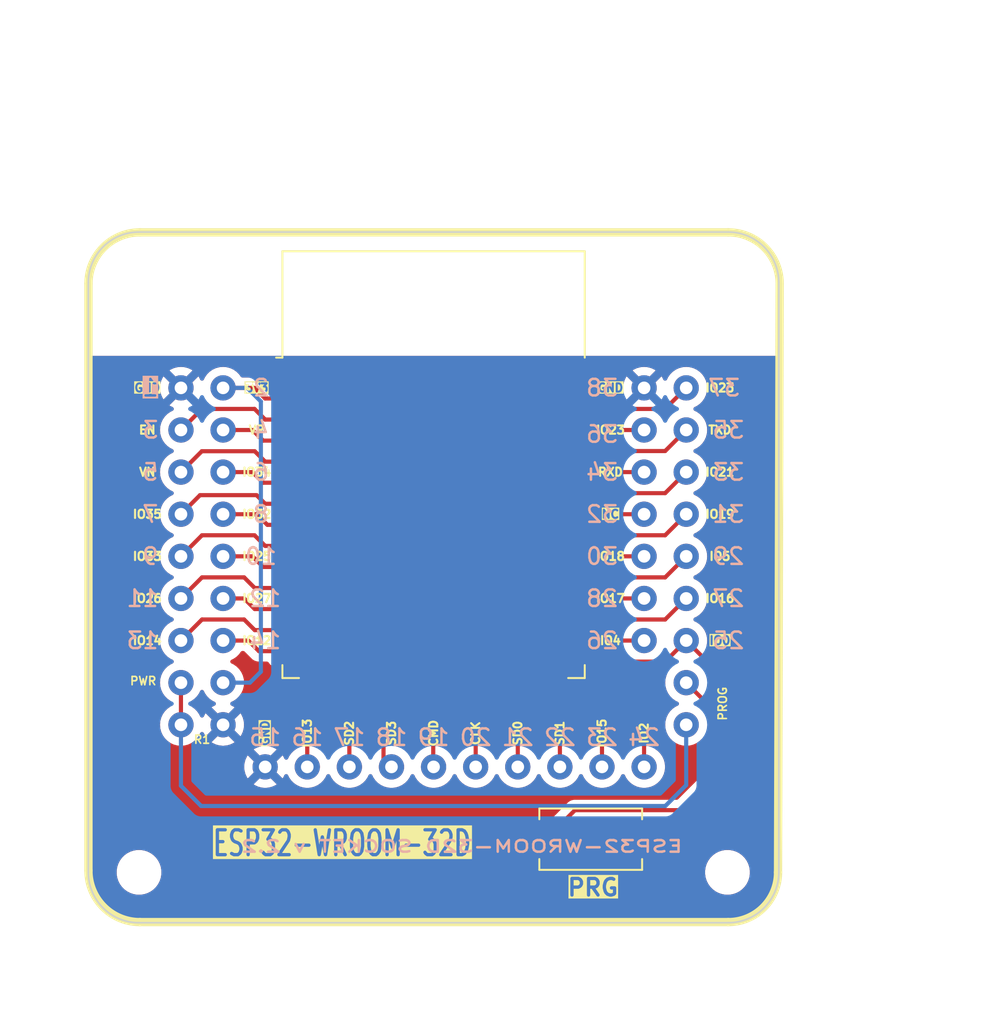
<source format=kicad_pcb>
(kicad_pcb (version 20240108) (generator "pcbnew") (generator_version "8.0")
  (layers (0 "F.Cu" signal) (31 "B.Cu" signal) (34 "B.Paste" user) (35 "F.Paste" user) (36 "B.SilkS" user "B.Silkscreen") (37 "F.SilkS" user "F.Silkscreen") (38 "B.Mask" user) (39 "F.Mask" user) (44 "Edge.Cuts" user))
  (net 0 "")
  (net 1 "GND")
  (net 2 "+3V3")
  (net 3 "unconnected-(U1-EN-Pad3)")
  (net 4 "unconnected-(U1-SENSOR_VP-Pad4)")
  (net 5 "unconnected-(U1-SENSOR_VN-Pad5)")
  (net 6 "unconnected-(U1-IO34-Pad6)")
  (net 7 "unconnected-(U1-IO35-Pad7)")
  (net 8 "unconnected-(U1-IO32-Pad8)")
  (net 9 "unconnected-(U1-IO33-Pad9)")
  (net 10 "unconnected-(U1-IO25-Pad10)")
  (net 11 "unconnected-(U1-IO26-Pad11)")
  (net 12 "unconnected-(U1-IO27-Pad12)")
  (net 13 "unconnected-(U1-IO14-Pad13)")
  (net 14 "unconnected-(U1-IO12-Pad14)")
  (net 15 "unconnected-(U1-IO13-Pad16)")
  (net 16 "unconnected-(U1-SHD{slash}SD2-Pad17)")
  (net 17 "unconnected-(U1-SWP{slash}SD3-Pad18)")
  (net 18 "unconnected-(U1-SCS{slash}CMD-Pad19)")
  (net 19 "unconnected-(U1-SCK{slash}CLK-Pad20)")
  (net 20 "unconnected-(U1-SDO{slash}SD0-Pad21)")
  (net 21 "unconnected-(U1-SDI{slash}SD1-Pad22)")
  (net 22 "unconnected-(U1-IO15-Pad23)")
  (net 23 "unconnected-(U1-IO2-Pad24)")
  (net 24 "unconnected-(U1-IO4-Pad26)")
  (net 25 "unconnected-(U1-IO16-Pad27)")
  (net 26 "unconnected-(U1-IO17-Pad28)")
  (net 27 "unconnected-(U1-IO5-Pad29)")
  (net 28 "unconnected-(U1-IO18-Pad30)")
  (net 29 "unconnected-(U1-IO19-Pad31)")
  (net 30 "unconnected-(U1-NC-Pad32)")
  (net 31 "unconnected-(U1-IO21-Pad33)")
  (net 32 "unconnected-(U1-RXD0{slash}IO3-Pad34)")
  (net 33 "unconnected-(U1-TXD0{slash}IO1-Pad35)")
  (net 34 "unconnected-(U1-IO22-Pad36)")
  (net 35 "unconnected-(U1-IO23-Pad37)")
  (net 36 "Net-(D1-K)")
  (net 37 "Net-(D2-A)")
  (net 38 "/PRG")
  (footprint "Alexander Footprints Library:R_2.5mm" (layer "F.Cu") (at 147.32 104.14)
    (property "Reference" "R1" (at -1.27 -1.651 0) (layer "F.SilkS") (effects (font (size 0.5 0.5) (thickness 0.1))))
    (property "Value" "R")
    (pad "1" thru_hole circle (at -2.54 -2.54) (size 1.524 1.524) (drill 0.762) (layers "*.Cu" "*.Mask") (net 36 "Net-(D1-K)"))
    (pad "2" thru_hole circle (at 0 -2.54) (size 1.524 1.524) (drill 0.762) (layers "*.Cu" "*.Mask") (net 1 "GND"))
  )
  (footprint "MountingHole:MountingHole_2.2mm_M2" (layer "F.Cu") (at 142.25 110.5)
    (property "Reference" "H4" (hide yes))
    (property "Value" "MountingHole_Pad_MP")
    (pad "" np_thru_hole circle (at 0 0) (size 2.2 2.2) (drill 2.2) (layers "*.Cu" "*.Mask"))
  )
  (footprint "MountingHole:MountingHole_2.2mm_M2" (layer "F.Cu") (at 142.25 75)
    (property "Reference" "H1" (hide yes))
    (property "Value" "MountingHole_Pad_MP")
    (pad "" np_thru_hole circle (at 0 0) (size 2.2 2.2) (drill 2.2) (layers "*.Cu" "*.Mask"))
  )
  (footprint "Alexander Footprints Library:LED_2.5mm" (layer "F.Cu") (at 177.8 99.06 90)
    (property "Reference" "PROG" (at -0.19 -0.05 90) (layer "F.SilkS") (effects (font (size 0.5 0.5) (thickness 0.1)) (justify right bottom)))
    (property "Value" "LED" (hide yes))
    (pad "1" thru_hole circle (at -2.54 -2.54 90) (size 1.524 1.524) (drill 0.762) (layers "*.Cu" "*.Mask") (net 36 "Net-(D1-K)"))
    (pad "2" thru_hole circle (at 0 -2.54 90) (size 1.524 1.524) (drill 0.762) (layers "*.Cu" "*.Mask") (net 37 "Net-(D2-A)"))
  )
  (footprint "Alexander Footprints Library:LED_2.5mm" (layer "F.Cu") (at 147.32 109.22)
    (property "Reference" "PWR" (at -4.82 -9.97 0) (layer "F.SilkS") (effects (font (size 0.5 0.5) (thickness 0.1)) (justify bottom)))
    (property "Value" "LED" (hide yes))
    (pad "1" thru_hole circle (at -2.54 -10.16) (size 1.524 1.524) (drill 0.762) (layers "*.Cu" "*.Mask") (net 36 "Net-(D1-K)"))
    (pad "2" thru_hole circle (at 0 -10.16) (size 1.524 1.524) (drill 0.762) (layers "*.Cu" "*.Mask") (net 2 "+3V3"))
  )
  (footprint "MountingHole:MountingHole_2.2mm_M2" (layer "F.Cu") (at 177.75 75)
    (property "Reference" "H2" (hide yes))
    (property "Value" "MountingHole_Pad_MP")
    (pad "" np_thru_hole circle (at 0 0) (size 2.2 2.2) (drill 2.2) (layers "*.Cu" "*.Mask"))
  )
  (footprint "Alexander Footprints Library:ESP32-WROOM-Adapter-2" (layer "F.Cu") (at 160.02 88.9)
    (property "Reference" "U1" (hide yes))
    (property "Value" "ESP32-WROOM-32D")
    (fp_line (start -9.12 -15.86) (end -9.12 -9.445) (stroke (width 0.12)) (layer "F.SilkS"))
    (fp_line (start -9.12 -15.86) (end 9.12 -15.86) (stroke (width 0.12)) (layer "F.SilkS"))
    (fp_line (start -9.12 -9.445) (end -9.5 -9.445) (stroke (width 0.12)) (layer "F.SilkS"))
    (fp_line (start -9.12 9.1) (end -9.12 9.88) (stroke (width 0.12)) (layer "F.SilkS"))
    (fp_line (start -9.12 9.88) (end -8.12 9.88) (stroke (width 0.12)) (layer "F.SilkS"))
    (fp_line (start 9.12 -15.86) (end 9.12 -9.445) (stroke (width 0.12)) (layer "F.SilkS"))
    (fp_line (start 9.12 9.1) (end 9.12 9.88) (stroke (width 0.12)) (layer "F.SilkS"))
    (fp_line (start 9.12 9.88) (end 8.12 9.88) (stroke (width 0.12)) (layer "F.SilkS"))
    (fp_text user "ESP32-WROOM-32D" (at -5.52 19.85 0) (layer "F.SilkS" knockout) (effects (font (size 1.5 1) (thickness 0.2) (bold yes))))
    (pad "1" thru_hole circle (at -15.24 -7.62) (size 1.524 1.524) (drill 0.762) (layers "*.Cu" "*.Mask") (net 1 "GND"))
    (pad "1" smd rect (at -8.75 -8.25) (size 1.5 0.9) (layers "F.Cu" "F.Paste" "F.Mask") (net 1 "GND"))
    (pad "2" thru_hole circle (at -12.7 -7.62) (size 1.524 1.524) (drill 0.762) (layers "*.Cu" "*.Mask") (net 2 "+3V3"))
    (pad "2" smd rect (at -8.75 -6.98) (size 1.5 0.9) (layers "F.Cu" "F.Paste" "F.Mask") (net 2 "+3V3"))
    (pad "3" thru_hole circle (at -15.24 -5.08) (size 1.524 1.524) (drill 0.762) (layers "*.Cu" "*.Mask") (net 3 "unconnected-(U1-EN-Pad3)"))
    (pad "3" smd rect (at -8.75 -5.71) (size 1.5 0.9) (layers "F.Cu" "F.Paste" "F.Mask") (net 3 "unconnected-(U1-EN-Pad3)"))
    (pad "4" thru_hole circle (at -12.7 -5.08) (size 1.524 1.524) (drill 0.762) (layers "*.Cu" "*.Mask") (net 4 "unconnected-(U1-SENSOR_VP-Pad4)"))
    (pad "4" smd rect (at -8.75 -4.44) (size 1.5 0.9) (layers "F.Cu" "F.Paste" "F.Mask") (net 4 "unconnected-(U1-SENSOR_VP-Pad4)"))
    (pad "5" thru_hole circle (at -15.24 -2.54) (size 1.524 1.524) (drill 0.762) (layers "*.Cu" "*.Mask") (net 5 "unconnected-(U1-SENSOR_VN-Pad5)"))
    (pad "5" smd rect (at -8.75 -3.17) (size 1.5 0.9) (layers "F.Cu" "F.Paste" "F.Mask") (net 5 "unconnected-(U1-SENSOR_VN-Pad5)"))
    (pad "6" thru_hole circle (at -12.7 -2.54) (size 1.524 1.524) (drill 0.762) (layers "*.Cu" "*.Mask") (net 6 "unconnected-(U1-IO34-Pad6)"))
    (pad "6" smd rect (at -8.75 -1.9) (size 1.5 0.9) (layers "F.Cu" "F.Paste" "F.Mask") (net 6 "unconnected-(U1-IO34-Pad6)"))
    (pad "7" thru_hole circle (at -15.24 0) (size 1.524 1.524) (drill 0.762) (layers "*.Cu" "*.Mask") (net 7 "unconnected-(U1-IO35-Pad7)"))
    (pad "7" smd rect (at -8.75 -0.63) (size 1.5 0.9) (layers "F.Cu" "F.Paste" "F.Mask") (net 7 "unconnected-(U1-IO35-Pad7)"))
    (pad "8" thru_hole circle (at -12.7 0) (size 1.524 1.524) (drill 0.762) (layers "*.Cu" "*.Mask") (net 8 "unconnected-(U1-IO32-Pad8)"))
    (pad "8" smd rect (at -8.75 0.64) (size 1.5 0.9) (layers "F.Cu" "F.Paste" "F.Mask") (net 8 "unconnected-(U1-IO32-Pad8)"))
    (pad "9" thru_hole circle (at -15.24 2.54) (size 1.524 1.524) (drill 0.762) (layers "*.Cu" "*.Mask") (net 9 "unconnected-(U1-IO33-Pad9)"))
    (pad "9" smd rect (at -8.75 1.91) (size 1.5 0.9) (layers "F.Cu" "F.Paste" "F.Mask") (net 9 "unconnected-(U1-IO33-Pad9)"))
    (pad "10" thru_hole circle (at -12.7 2.54) (size 1.524 1.524) (drill 0.762) (layers "*.Cu" "*.Mask") (net 10 "unconnected-(U1-IO25-Pad10)"))
    (pad "10" smd rect (at -8.75 3.18) (size 1.5 0.9) (layers "F.Cu" "F.Paste" "F.Mask") (net 10 "unconnected-(U1-IO25-Pad10)"))
    (pad "11" thru_hole circle (at -15.24 5.08) (size 1.524 1.524) (drill 0.762) (layers "*.Cu" "*.Mask") (net 11 "unconnected-(U1-IO26-Pad11)"))
    (pad "11" smd rect (at -8.75 4.45) (size 1.5 0.9) (layers "F.Cu" "F.Paste" "F.Mask") (net 11 "unconnected-(U1-IO26-Pad11)"))
    (pad "12" thru_hole circle (at -12.7 5.08) (size 1.524 1.524) (drill 0.762) (layers "*.Cu" "*.Mask") (net 12 "unconnected-(U1-IO27-Pad12)"))
    (pad "12" smd rect (at -8.75 5.72) (size 1.5 0.9) (layers "F.Cu" "F.Paste" "F.Mask") (net 12 "unconnected-(U1-IO27-Pad12)"))
    (pad "13" thru_hole circle (at -15.24 7.62) (size 1.524 1.524) (drill 0.762) (layers "*.Cu" "*.Mask") (net 13 "unconnected-(U1-IO14-Pad13)"))
    (pad "13" smd rect (at -8.75 6.99) (size 1.5 0.9) (layers "F.Cu" "F.Paste" "F.Mask") (net 13 "unconnected-(U1-IO14-Pad13)"))
    (pad "14" thru_hole circle (at -12.7 7.62) (size 1.524 1.524) (drill 0.762) (layers "*.Cu" "*.Mask") (net 14 "unconnected-(U1-IO12-Pad14)"))
    (pad "14" smd rect (at -8.75 8.26) (size 1.5 0.9) (layers "F.Cu" "F.Paste" "F.Mask") (net 14 "unconnected-(U1-IO12-Pad14)"))
    (pad "15" thru_hole circle (at -10.16 15.24 90) (size 1.524 1.524) (drill 0.762) (layers "*.Cu" "*.Mask") (net 1 "GND"))
    (pad "15" smd rect (at -5.71 9.51 90) (size 1.5 0.9) (layers "F.Cu" "F.Paste" "F.Mask") (net 1 "GND"))
    (pad "16" thru_hole circle (at -7.62 15.24 90) (size 1.524 1.524) (drill 0.762) (layers "*.Cu" "*.Mask") (net 15 "unconnected-(U1-IO13-Pad16)"))
    (pad "16" smd rect (at -4.44 9.51 90) (size 1.5 0.9) (layers "F.Cu" "F.Paste" "F.Mask") (net 15 "unconnected-(U1-IO13-Pad16)"))
    (pad "17" thru_hole circle (at -5.08 15.24 90) (size 1.524 1.524) (drill 0.762) (layers "*.Cu" "*.Mask") (net 16 "unconnected-(U1-SHD{slash}SD2-Pad17)"))
    (pad "17" smd rect (at -3.17 9.51 90) (size 1.5 0.9) (layers "F.Cu" "F.Paste" "F.Mask") (net 16 "unconnected-(U1-SHD{slash}SD2-Pad17)"))
    (pad "18" thru_hole circle (at -2.54 15.24 90) (size 1.524 1.524) (drill 0.762) (layers "*.Cu" "*.Mask") (net 17 "unconnected-(U1-SWP{slash}SD3-Pad18)"))
    (pad "18" smd rect (at -1.9 9.51 90) (size 1.5 0.9) (layers "F.Cu" "F.Paste" "F.Mask") (net 17 "unconnected-(U1-SWP{slash}SD3-Pad18)"))
    (pad "19" smd rect (at -0.63 9.51 90) (size 1.5 0.9) (layers "F.Cu" "F.Paste" "F.Mask") (net 18 "unconnected-(U1-SCS{slash}CMD-Pad19)"))
    (pad "19" thru_hole circle (at 0 15.24 90) (size 1.524 1.524) (drill 0.762) (layers "*.Cu" "*.Mask") (net 18 "unconnected-(U1-SCS{slash}CMD-Pad19)"))
    (pad "20" smd rect (at 0.64 9.51 90) (size 1.5 0.9) (layers "F.Cu" "F.Paste" "F.Mask") (net 19 "unconnected-(U1-SCK{slash}CLK-Pad20)"))
    (pad "20" thru_hole circle (at 2.54 15.24 90) (size 1.524 1.524) (drill 0.762) (layers "*.Cu" "*.Mask") (net 19 "unconnected-(U1-SCK{slash}CLK-Pad20)"))
    (pad "21" smd rect (at 1.91 9.51 90) (size 1.5 0.9) (layers "F.Cu" "F.Paste" "F.Mask") (net 20 "unconnected-(U1-SDO{slash}SD0-Pad21)"))
    (pad "21" thru_hole circle (at 5.08 15.24 90) (size 1.524 1.524) (drill 0.762) (layers "*.Cu" "*.Mask") (net 20 "unconnected-(U1-SDO{slash}SD0-Pad21)"))
    (pad "22" smd rect (at 3.18 9.51 90) (size 1.5 0.9) (layers "F.Cu" "F.Paste" "F.Mask") (net 21 "unconnected-(U1-SDI{slash}SD1-Pad22)"))
    (pad "22" thru_hole circle (at 7.62 15.24 90) (size 1.524 1.524) (drill 0.762) (layers "*.Cu" "*.Mask") (net 21 "unconnected-(U1-SDI{slash}SD1-Pad22)"))
    (pad "23" smd rect (at 4.45 9.51 90) (size 1.5 0.9) (layers "F.Cu" "F.Paste" "F.Mask") (net 22 "unconnected-(U1-IO15-Pad23)"))
    (pad "23" thru_hole circle (at 10.16 15.24 90) (size 1.524 1.524) (drill 0.762) (layers "*.Cu" "*.Mask") (net 22 "unconnected-(U1-IO15-Pad23)"))
    (pad "24" smd rect (at 5.72 9.51 90) (size 1.5 0.9) (layers "F.Cu" "F.Paste" "F.Mask") (net 23 "unconnected-(U1-IO2-Pad24)"))
    (pad "24" thru_hole circle (at 12.7 15.24 90) (size 1.524 1.524) (drill 0.762) (layers "*.Cu" "*.Mask") (net 23 "unconnected-(U1-IO2-Pad24)"))
    (pad "25" smd rect (at 8.75 8.26) (size 1.5 0.9) (layers "F.Cu" "F.Paste" "F.Mask") (net 38 "/PRG"))
    (pad "25" thru_hole circle (at 15.24 7.62) (size 1.524 1.524) (drill 0.762) (layers "*.Cu" "*.Mask") (net 38 "/PRG"))
    (pad "26" smd rect (at 8.75 6.99) (size 1.5 0.9) (layers "F.Cu" "F.Paste" "F.Mask") (net 24 "unconnected-(U1-IO4-Pad26)"))
    (pad "26" thru_hole circle (at 12.7 7.62) (size 1.524 1.524) (drill 0.762) (layers "*.Cu" "*.Mask") (net 24 "unconnected-(U1-IO4-Pad26)"))
    (pad "27" smd rect (at 8.75 5.72) (size 1.5 0.9) (layers "F.Cu" "F.Paste" "F.Mask") (net 25 "unconnected-(U1-IO16-Pad27)"))
    (pad "27" thru_hole circle (at 15.24 5.08) (size 1.524 1.524) (drill 0.762) (layers "*.Cu" "*.Mask") (net 25 "unconnected-(U1-IO16-Pad27)"))
    (pad "28" smd rect (at 8.75 4.45) (size 1.5 0.9) (layers "F.Cu" "F.Paste" "F.Mask") (net 26 "unconnected-(U1-IO17-Pad28)"))
    (pad "28" thru_hole circle (at 12.7 5.08) (size 1.524 1.524) (drill 0.762) (layers "*.Cu" "*.Mask") (net 26 "unconnected-(U1-IO17-Pad28)"))
    (pad "29" smd rect (at 8.75 3.18) (size 1.5 0.9) (layers "F.Cu" "F.Paste" "F.Mask") (net 27 "unconnected-(U1-IO5-Pad29)"))
    (pad "29" thru_hole circle (at 15.24 2.54) (size 1.524 1.524) (drill 0.762) (layers "*.Cu" "*.Mask") (net 27 "unconnected-(U1-IO5-Pad29)"))
    (pad "30" smd rect (at 8.75 1.91) (size 1.5 0.9) (layers "F.Cu" "F.Paste" "F.Mask") (net 28 "unconnected-(U1-IO18-Pad30)"))
    (pad "30" thru_hole circle (at 12.7 2.54) (size 1.524 1.524) (drill 0.762) (layers "*.Cu" "*.Mask") (net 28 "unconnected-(U1-IO18-Pad30)"))
    (pad "31" smd rect (at 8.75 0.64) (size 1.5 0.9) (layers "F.Cu" "F.Paste" "F.Mask") (net 29 "unconnected-(U1-IO19-Pad31)"))
    (pad "31" thru_hole circle (at 15.24 0) (size 1.524 1.524) (drill 0.762) (layers "*.Cu" "*.Mask") (net 29 "unconnected-(U1-IO19-Pad31)"))
    (pad "32" smd rect (at 8.75 -0.63) (size 1.5 0.9) (layers "F.Cu" "F.Paste" "F.Mask"))
    (pad "32" thru_hole circle (at 12.7 0) (size 1.524 1.524) (drill 0.762) (layers "*.Cu" "*.Mask") (net 30 "unconnected-(U1-NC-Pad32)"))
    (pad "33" smd rect (at 8.75 -1.9) (size 1.5 0.9) (layers "F.Cu" "F.Paste" "F.Mask") (net 31 "unconnected-(U1-IO21-Pad33)"))
    (pad "33" thru_hole circle (at 15.24 -2.54) (size 1.524 1.524) (drill 0.762) (layers "*.Cu" "*.Mask") (net 31 "unconnected-(U1-IO21-Pad33)"))
    (pad "34" smd rect (at 8.75 -3.17) (size 1.5 0.9) (layers "F.Cu" "F.Paste" "F.Mask") (net 32 "unconnected-(U1-RXD0{slash}IO3-Pad34)"))
    (pad "34" thru_hole circle (at 12.7 -2.54) (size 1.524 1.524) (drill 0.762) (layers "*.Cu" "*.Mask") (net 32 "unconnected-(U1-RXD0{slash}IO3-Pad34)"))
    (pad "35" smd rect (at 8.75 -4.44) (size 1.5 0.9) (layers "F.Cu" "F.Paste" "F.Mask") (net 33 "unconnected-(U1-TXD0{slash}IO1-Pad35)"))
    (pad "35" thru_hole circle (at 15.24 -5.08) (size 1.524 1.524) (drill 0.762) (layers "*.Cu" "*.Mask") (net 33 "unconnected-(U1-TXD0{slash}IO1-Pad35)"))
    (pad "36" smd rect (at 8.75 -5.71) (size 1.5 0.9) (layers "F.Cu" "F.Paste" "F.Mask") (net 34 "unconnected-(U1-IO22-Pad36)"))
    (pad "36" thru_hole circle (at 12.7 -5.08) (size 1.524 1.524) (drill 0.762) (layers "*.Cu" "*.Mask") (net 34 "unconnected-(U1-IO22-Pad36)"))
    (pad "37" smd rect (at 8.75 -6.98) (size 1.5 0.9) (layers "F.Cu" "F.Paste" "F.Mask") (net 35 "unconnected-(U1-IO23-Pad37)"))
    (pad "37" thru_hole circle (at 15.24 -7.62) (size 1.524 1.524) (drill 0.762) (layers "*.Cu" "*.Mask") (net 35 "unconnected-(U1-IO23-Pad37)"))
    (pad "38" smd rect (at 8.75 -8.25) (size 1.5 0.9) (layers "F.Cu" "F.Paste" "F.Mask") (net 1 "GND"))
    (pad "38" thru_hole circle (at 12.7 -7.62) (size 1.524 1.524) (drill 0.762) (layers "*.Cu" "*.Mask") (net 1 "GND"))
    (pad "39" smd rect (at -1.5 -0.53) (size 3.8 3.8) (layers "F.Cu" "F.Mask") (net 1 "GND"))
    (zone (net 0) (net_name "") (layers "*.Cu") (connect_pads (clearance 0)) (min_thickness 0.254)
      (keepout (tracks not_allowed) (vias not_allowed) (pads not_allowed) (copperpour not_allowed) (footprints not_allowed))
      (fill (thermal_gap 0.508) (thermal_bridge_width 0.508))
      (polygon (pts (xy 136.02 79.35) (xy 184.02 79.35) (xy 184.02 58.16) (xy 136.02 58.16)))
    )
  )
  (footprint "Button_Switch_SMD:SW_SPST_EVQPE1" (layer "F.Cu") (at 169.5 108.5 180)
    (property "Reference" "SW1" (hide yes))
    (property "Value" "PRG")
    (fp_line (start 3.1 1.85) (end 3.1 1.2) (stroke (width 0.12)) (layer "F.SilkS"))
    (fp_line (start 3.1 -1.85) (end 3.1 -1.2) (stroke (width 0.12)) (layer "F.SilkS"))
    (fp_line (start 3.1 -1.85) (end -3.1 -1.85) (stroke (width 0.12)) (layer "F.SilkS"))
    (fp_line (start -3.1 1.85) (end 3.1 1.85) (stroke (width 0.12)) (layer "F.SilkS"))
    (fp_line (start -3.1 1.2) (end -3.1 1.85) (stroke (width 0.12)) (layer "F.SilkS"))
    (fp_line (start -3.1 -1.85) (end -3.1 -1.2) (stroke (width 0.12)) (layer "F.SilkS"))
    (pad "1" smd rect (at -2.7 0 180) (size 2 1.6) (layers "F.Cu" "F.Paste" "F.Mask") (net 38 "/PRG"))
    (pad "2" smd rect (at 2.7 0 180) (size 2 1.6) (layers "F.Cu" "F.Paste" "F.Mask") (net 37 "Net-(D2-A)"))
  )
  (footprint "MountingHole:MountingHole_2.2mm_M2" (layer "F.Cu") (at 177.75 110.5)
    (property "Reference" "H3" (hide yes))
    (property "Value" "MountingHole_Pad_MP")
    (pad "" np_thru_hole circle (at 0 0) (size 2.2 2.2) (drill 2.2) (layers "*.Cu" "*.Mask"))
  )
  (gr_line (start 180.8 110.5) (end 180.9 75) (stroke (width 0.5)) (layer "F.SilkS"))
  (gr_arc (start 180.8 110.5) (mid 179.92132 112.62132) (end 177.8 113.5) (stroke (width 0.5)) (layer "F.SilkS"))
  (gr_line (start 177.8 71.9) (end 142.3 71.9) (stroke (width 0.5)) (layer "F.SilkS"))
  (gr_arc (start 139.2 75) (mid 140.107969 72.807969) (end 142.3 71.9) (stroke (width 0.5)) (layer "F.SilkS"))
  (gr_arc (start 177.8 71.9) (mid 179.992031 72.807969) (end 180.9 75) (stroke (width 0.5)) (layer "F.SilkS"))
  (gr_line (start 142.3 113.5) (end 177.8 113.5) (stroke (width 0.5)) (layer "F.SilkS"))
  (gr_line (start 139.2 110.4) (end 139.2 75) (stroke (width 0.5)) (layer "F.SilkS"))
  (gr_arc (start 142.3 113.5) (mid 140.107969 112.592031) (end 139.2 110.4) (stroke (width 0.5)) (layer "F.SilkS"))
  (gr_line (start 177.8 113.538) (end 142.24 113.538) (stroke (width 0.1)) (layer "Edge.Cuts"))
  (gr_arc (start 177.8 71.882) (mid 179.955261 72.774739) (end 180.848 74.93) (stroke (width 0.1)) (layer "Edge.Cuts"))
  (gr_arc (start 139.192 74.93) (mid 140.084739 72.774739) (end 142.24 71.882) (stroke (width 0.1)) (layer "Edge.Cuts"))
  (gr_arc (start 142.24 113.538) (mid 140.084739 112.645261) (end 139.192 110.49) (stroke (width 0.1)) (layer "Edge.Cuts"))
  (gr_arc (start 180.848 110.49) (mid 179.955261 112.645261) (end 177.8 113.538) (stroke (width 0.1)) (layer "Edge.Cuts"))
  (gr_line (start 139.192 74.93) (end 139.192 110.49) (stroke (width 0.1)) (layer "Edge.Cuts"))
  (gr_line (start 177.8 71.882) (end 142.24 71.882) (stroke (width 0.1)) (layer "Edge.Cuts"))
  (gr_line (start 180.848 110.49) (end 180.848 74.93) (stroke (width 0.1)) (layer "Edge.Cuts"))
  (gr_text "26" (at 170.18 96.52 0) (layer "B.SilkS") (effects (font (size 1 1)) (justify mirror)))
  (gr_text "14" (at 149.86 96.52 0) (layer "B.SilkS") (effects (font (size 1 1)) (justify mirror)))
  (gr_text "18" (at 157.48 102.362 0) (layer "B.SilkS") (effects (font (size 1 1)) (justify mirror)))
  (gr_text "13" (at 143.51 96.52 0) (layer "B.SilkS") (effects (font (size 1 1)) (justify left mirror)))
  (gr_text "15" (at 149.86 102.362 0) (layer "B.SilkS") (effects (font (size 1 1)) (justify mirror)))
  (gr_text "24" (at 172.72 102.362 0) (layer "B.SilkS") (effects (font (size 1 1)) (justify mirror)))
  (gr_text "6" (at 149.606 86.36 0) (layer "B.SilkS") (effects (font (size 1 1)) (justify mirror)))
  (gr_text "7" (at 143.51 88.9 0) (layer "B.SilkS") (effects (font (size 1 1)) (justify left mirror)))
  (gr_text "28" (at 170.18 93.98 0) (layer "B.SilkS") (effects (font (size 1 1)) (justify mirror)))
  (gr_text "33" (at 177.8 86.36 0) (layer "B.SilkS") (effects (font (size 1 1)) (justify mirror)))
  (gr_text "19" (at 160.02 102.362 0) (layer "B.SilkS") (effects (font (size 1 1)) (justify mirror)))
  (gr_text "5" (at 143.51 86.36 0) (layer "B.SilkS") (effects (font (size 1 1)) (justify left mirror)))
  (gr_text "31" (at 177.8 88.9 0) (layer "B.SilkS") (effects (font (size 1 1)) (justify mirror)))
  (gr_text "10" (at 149.606 91.44 0) (layer "B.SilkS") (effects (font (size 1 1)) (justify mirror)))
  (gr_text "16" (at 152.4 102.362 0) (layer "B.SilkS") (effects (font (size 1 1)) (justify mirror)))
  (gr_text "3" (at 143.51 83.82 0) (layer "B.SilkS") (effects (font (size 1 1)) (justify left mirror)))
  (gr_text "32" (at 170.18 88.9 0) (layer "B.SilkS") (effects (font (size 1 1)) (justify mirror)))
  (gr_text "22" (at 167.64 102.362 0) (layer "B.SilkS") (effects (font (size 1 1)) (justify mirror)))
  (gr_text "27" (at 177.8 93.98 0) (layer "B.SilkS") (effects (font (size 1 1)) (justify mirror)))
  (gr_text "4" (at 149.606 83.82 0) (layer "B.SilkS") (effects (font (size 1 1)) (justify mirror)))
  (gr_text "25" (at 177.8 96.52 0) (layer "B.SilkS") (effects (font (size 1 1)) (justify mirror)))
  (gr_text "8" (at 149.606 88.9 0) (layer "B.SilkS") (effects (font (size 1 1)) (justify mirror)))
  (gr_text "17" (at 154.94 102.362 0) (layer "B.SilkS") (effects (font (size 1 1)) (justify mirror)))
  (gr_text "36" (at 170.18 84.074 0) (layer "B.SilkS") (effects (font (size 1 1)) (justify mirror)))
  (gr_text "37" (at 177.546 81.28 0) (layer "B.SilkS") (effects (font (size 1 1)) (justify mirror)))
  (gr_text "23\n" (at 170.18 102.362 0) (layer "B.SilkS") (effects (font (size 1 1)) (justify mirror)))
  (gr_text "29" (at 177.8 91.44 0) (layer "B.SilkS") (effects (font (size 1 1)) (justify mirror)))
  (gr_text "35" (at 177.8 83.82 0) (layer "B.SilkS") (effects (font (size 1 1)) (justify mirror)))
  (gr_text "30" (at 170.18 91.44 0) (layer "B.SilkS") (effects (font (size 1 1)) (justify mirror)))
  (gr_text "9" (at 143.51 91.44 0) (layer "B.SilkS") (effects (font (size 1 1)) (justify left mirror)))
  (gr_text "11" (at 143.51 93.98 0) (layer "B.SilkS") (effects (font (size 1 1)) (justify left mirror)))
  (gr_text "34" (at 170.18 86.36 0) (layer "B.SilkS") (effects (font (size 1 1)) (justify mirror)))
  (gr_text "2" (at 149.606 81.28 0) (layer "B.SilkS") (effects (font (size 1 1)) (justify mirror)))
  (gr_text "20" (at 162.56 102.362 0) (layer "B.SilkS") (effects (font (size 1 1)) (justify mirror)))
  (gr_text "12" (at 149.86 93.98 0) (layer "B.SilkS") (effects (font (size 1 1)) (justify mirror)))
  (gr_text "21" (at 165.1 102.362 0) (layer "B.SilkS") (effects (font (size 1 1)) (justify mirror)))
  (gr_text "1" (at 143.51 81.28 0) (layer "B.SilkS" knockout) (effects (font (size 1 1)) (justify left mirror)))
  (gr_text "38" (at 170.18 81.28 0) (layer "B.SilkS") (effects (font (size 1 1)) (justify mirror)))
  (gr_text "ESP32-WROOM-32D SOCKET v 2.2" (at 175.133 109.347 0) (layer "B.SilkS") (effects (font (size 0.7 1)) (justify left bottom mirror)))
  (gr_text "RXD" (at 170.688 86.36 0) (layer "F.SilkS") (effects (font (size 0.5 0.5) (thickness 0.125))))
  (gr_text "CMD" (at 160.02 102.108 90) (layer "F.SilkS") (effects (font (size 0.5 0.5) (thickness 0.125))))
  (gr_text "IO23" (at 170.688 83.82 0) (layer "F.SilkS") (effects (font (size 0.5 0.5) (thickness 0.125))))
  (gr_text "SD2" (at 154.94 102.108 90) (layer "F.SilkS") (effects (font (size 0.5 0.5) (thickness 0.125))))
  (gr_text "CLK" (at 162.56 102.108 90) (layer "F.SilkS") (effects (font (size 0.5 0.5) (thickness 0.125))))
  (gr_text "IO18" (at 170.688 91.44 0) (layer "F.SilkS") (effects (font (size 0.5 0.5) (thickness 0.125))))
  (gr_text "IO13" (at 152.4 102.108 90) (layer "F.SilkS") (effects (font (size 0.5 0.5) (thickness 0.125))))
  (gr_text "SD0" (at 165.1 102.108 90) (layer "F.SilkS") (effects (font (size 0.5 0.5) (thickness 0.125))))
  (gr_text "IO35" (at 142.748 88.9 0) (layer "F.SilkS") (effects (font (size 0.5 0.5) (thickness 0.125))))
  (gr_text "IO4" (at 170.688 96.52 0) (layer "F.SilkS") (effects (font (size 0.5 0.5) (thickness 0.125))))
  (gr_text "IO14" (at 142.748 96.52 0) (layer "F.SilkS") (effects (font (size 0.5 0.5) (thickness 0.125))))
  (gr_text "IO15" (at 170.18 102.108 90) (layer "F.SilkS") (effects (font (size 0.5 0.5) (thickness 0.125))))
  (gr_text "PRG" (at 168 112 0) (layer "F.SilkS" knockout) (effects (font (size 1 1) (thickness 0.2) (bold yes)) (justify left bottom)))
  (gr_text "IO5" (at 177.292 91.44 0) (layer "F.SilkS") (effects (font (size 0.5 0.5) (thickness 0.125))))
  (gr_text "VN" (at 142.748 86.36 0) (layer "F.SilkS") (effects (font (size 0.5 0.5) (thickness 0.125))))
  (gr_text "IO25" (at 149.352 91.44 0) (layer "F.SilkS") (effects (font (size 0.5 0.5) (thickness 0.125))))
  (gr_text "SD1" (at 167.64 102.108 90) (layer "F.SilkS") (effects (font (size 0.5 0.5) (thickness 0.125))))
  (gr_text "IO12" (at 149.352 96.52 0) (layer "F.SilkS") (effects (font (size 0.5 0.5) (thickness 0.125))))
  (gr_text "3V3" (at 149.352 81.28 0) (layer "F.SilkS" knockout) (effects (font (size 0.5 0.5) (thickness 0.125))))
  (gr_text "IO26" (at 142.748 93.98 0) (layer "F.SilkS") (effects (font (size 0.5 0.5) (thickness 0.125))))
  (gr_text "VP" (at 149.352 83.82 0) (layer "F.SilkS") (effects (font (size 0.5 0.5) (thickness 0.125))))
  (gr_text "GND" (at 142.748 81.28 0) (layer "F.SilkS" knockout) (effects (font (size 0.5 0.5) (thickness 0.125))))
  (gr_text "IO34" (at 149.352 86.36 0) (layer "F.SilkS") (effects (font (size 0.5 0.5) (thickness 0.125))))
  (gr_text "IO23" (at 177.292 81.28 0) (layer "F.SilkS") (effects (font (size 0.5 0.5) (thickness 0.125))))
  (gr_text "IO16" (at 177.292 93.98 0) (layer "F.SilkS") (effects (font (size 0.5 0.5) (thickness 0.125))))
  (gr_text "IO17" (at 170.688 93.98 0) (layer "F.SilkS") (effects (font (size 0.5 0.5) (thickness 0.125))))
  (gr_text "IO0" (at 177.292 96.52 0) (layer "F.SilkS" knockout) (effects (font (size 0.5 0.5) (thickness 0.125))))
  (gr_text "TXD" (at 177.292 83.82 0) (layer "F.SilkS") (effects (font (size 0.5 0.5) (thickness 0.125))))
  (gr_text "SD3" (at 157.48 102.108 90) (layer "F.SilkS") (effects (font (size 0.5 0.5) (thickness 0.125))))
  (gr_text "EN" (at 142.748 83.82 0) (layer "F.SilkS") (effects (font (size 0.5 0.5) (thickness 0.125))))
  (gr_text "IO19" (at 177.292 88.9 0) (layer "F.SilkS") (effects (font (size 0.5 0.5) (thickness 0.125))))
  (gr_text "IO32" (at 149.352 88.9 0) (layer "F.SilkS") (effects (font (size 0.5 0.5) (thickness 0.125))))
  (gr_text "GND" (at 170.688 81.28 0) (layer "F.SilkS" knockout) (effects (font (size 0.5 0.5) (thickness 0.125))))
  (gr_text "IO27" (at 149.352 93.98 0) (layer "F.SilkS") (effects (font (size 0.5 0.5) (thickness 0.125))))
  (gr_text "GND" (at 149.86 102.108 90) (layer "F.SilkS" knockout) (effects (font (size 0.5 0.5) (thickness 0.125))))
  (gr_text "IO21" (at 177.292 86.36 0) (layer "F.SilkS") (effects (font (size 0.5 0.5) (thickness 0.125))))
  (gr_text "IO33" (at 142.748 91.44 0) (layer "F.SilkS") (effects (font (size 0.5 0.5) (thickness 0.125))))
  (gr_text "NC" (at 170.688 88.9 0) (layer "F.SilkS" knockout) (effects (font (size 0.5 0.5) (thickness 0.125))))
  (gr_text "IO2" (at 172.72 102.108 90) (layer "F.SilkS") (effects (font (size 0.5 0.5) (thickness 0.125))))
  (segment (start 149.22 81.28) (end 149.86 81.92) (width 0.25) (layer "F.Cu") (net 2))
  (segment (start 151.27 81.92) (end 149.86 81.92) (width 0.25) (layer "F.Cu") (net 2))
  (segment (start 147.32 81.28) (end 149.22 81.28) (width 0.25) (layer "F.Cu") (net 2))
  (segment (start 149.6 82.1) (end 149.6 98.4) (width 0.25) (layer "B.Cu") (net 2))
  (segment (start 148.94 99.06) (end 147.32 99.06) (width 0.25) (layer "B.Cu") (net 2))
  (segment (start 148.78 81.28) (end 149.6 82.1) (width 0.25) (layer "B.Cu") (net 2))
  (segment (start 149.6 98.4) (end 148.94 99.06) (width 0.25) (layer "B.Cu") (net 2))
  (segment (start 147.32 81.28) (end 148.78 81.28) (width 0.25) (layer "B.Cu") (net 2))
  (segment (start 146.05 82.55) (end 144.78 83.82) (width 0.25) (layer "F.Cu") (net 3))
  (segment (start 149.86 83.19) (end 149.22 82.55) (width 0.25) (layer "F.Cu") (net 3))
  (segment (start 151.27 83.19) (end 149.86 83.19) (width 0.25) (layer "F.Cu") (net 3))
  (segment (start 149.22 82.55) (end 146.05 82.55) (width 0.25) (layer "F.Cu") (net 3))
  (segment (start 147.32 83.82) (end 149.098 83.82) (width 0.25) (layer "F.Cu") (net 4))
  (segment (start 149.098 83.82) (end 149.738 84.46) (width 0.25) (layer "F.Cu") (net 4))
  (segment (start 149.738 84.46) (end 151.27 84.46) (width 0.25) (layer "F.Cu") (net 4))
  (segment (start 144.78 86.36) (end 146.04 85.1) (width 0.25) (layer "F.Cu") (net 5))
  (segment (start 149.23 85.1) (end 149.86 85.73) (width 0.25) (layer "F.Cu") (net 5))
  (segment (start 149.86 85.73) (end 151.27 85.73) (width 0.25) (layer "F.Cu") (net 5))
  (segment (start 146.04 85.1) (end 149.23 85.1) (width 0.25) (layer "F.Cu") (net 5))
  (segment (start 149.098 86.36) (end 147.32 86.36) (width 0.25) (layer "F.Cu") (net 6))
  (segment (start 149.738 87) (end 149.098 86.36) (width 0.25) (layer "F.Cu") (net 6))
  (segment (start 151.27 87) (end 149.738 87) (width 0.25) (layer "F.Cu") (net 6))
  (segment (start 149.86 88.27) (end 151.27 88.27) (width 0.25) (layer "F.Cu") (net 7))
  (segment (start 145.93 87.75) (end 149.34 87.75) (width 0.25) (layer "F.Cu") (net 7))
  (segment (start 144.78 88.9) (end 145.93 87.75) (width 0.25) (layer "F.Cu") (net 7))
  (segment (start 149.34 87.75) (end 149.86 88.27) (width 0.25) (layer "F.Cu") (net 7))
  (segment (start 151.27 89.54) (end 149.992 89.54) (width 0.25) (layer "F.Cu") (net 8))
  (segment (start 149.352 88.9) (end 147.32 88.9) (width 0.25) (layer "F.Cu") (net 8))
  (segment (start 149.992 89.54) (end 149.352 88.9) (width 0.25) (layer "F.Cu") (net 8))
  (segment (start 149.22 90.17) (end 149.86 90.81) (width 0.25) (layer "F.Cu") (net 9))
  (segment (start 146.05 90.17) (end 149.22 90.17) (width 0.25) (layer "F.Cu") (net 9))
  (segment (start 144.78 91.44) (end 146.05 90.17) (width 0.25) (layer "F.Cu") (net 9))
  (segment (start 149.86 90.81) (end 151.27 90.81) (width 0.25) (layer "F.Cu") (net 9))
  (segment (start 149.738 92.08) (end 149.098 91.44) (width 0.25) (layer "F.Cu") (net 10))
  (segment (start 151.27 92.08) (end 149.738 92.08) (width 0.25) (layer "F.Cu") (net 10))
  (segment (start 149.098 91.44) (end 147.32 91.44) (width 0.25) (layer "F.Cu") (net 10))
  (segment (start 148.59 92.71) (end 146.05 92.71) (width 0.25) (layer "F.Cu") (net 11))
  (segment (start 149.23 93.35) (end 148.59 92.71) (width 0.25) (layer "F.Cu") (net 11))
  (segment (start 146.05 92.71) (end 144.78 93.98) (width 0.25) (layer "F.Cu") (net 11))
  (segment (start 151.27 93.35) (end 149.23 93.35) (width 0.25) (layer "F.Cu") (net 11))
  (segment (start 151.27 94.62) (end 149.23 94.62) (width 0.25) (layer "F.Cu") (net 12))
  (segment (start 148.59 93.98) (end 147.32 93.98) (width 0.25) (layer "F.Cu") (net 12))
  (segment (start 149.23 94.62) (end 148.59 93.98) (width 0.25) (layer "F.Cu") (net 12))
  (segment (start 144.78 96.52) (end 146.05 95.25) (width 0.25) (layer "F.Cu") (net 13))
  (segment (start 146.05 95.25) (end 148.59 95.25) (width 0.25) (layer "F.Cu") (net 13))
  (segment (start 149.23 95.89) (end 151.27 95.89) (width 0.25) (layer "F.Cu") (net 13))
  (segment (start 148.59 95.25) (end 149.23 95.89) (width 0.25) (layer "F.Cu") (net 13))
  (segment (start 148.844 96.52) (end 147.32 96.52) (width 0.25) (layer "F.Cu") (net 14))
  (segment (start 149.484 97.16) (end 148.844 96.52) (width 0.25) (layer "F.Cu") (net 14))
  (segment (start 151.27 97.16) (end 149.484 97.16) (width 0.25) (layer "F.Cu") (net 14))
  (segment (start 154.75 101.25) (end 153.75 101.25) (width 0.25) (layer "F.Cu") (net 15))
  (segment (start 155.58 98.41) (end 155.58 100.42) (width 0.25) (layer "F.Cu") (net 15))
  (segment (start 152.4 102.6) (end 152.4 104.14) (width 0.25) (layer "F.Cu") (net 15))
  (segment (start 153.75 101.25) (end 152.4 102.6) (width 0.25) (layer "F.Cu") (net 15))
  (segment (start 155.58 100.42) (end 154.75 101.25) (width 0.25) (layer "F.Cu") (net 15))
  (segment (start 154.94 102.435) (end 156.85 100.525) (width 0.25) (layer "F.Cu") (net 16))
  (segment (start 154.94 104.14) (end 154.94 102.435) (width 0.25) (layer "F.Cu") (net 16))
  (segment (start 156.85 100.525) (end 156.85 98.41) (width 0.25) (layer "F.Cu") (net 16))
  (segment (start 157 102.25) (end 158.12 101.13) (width 0.25) (layer "F.Cu") (net 17))
  (segment (start 157 103.66) (end 157 102.25) (width 0.25) (layer "F.Cu") (net 17))
  (segment (start 158.12 101.13) (end 158.12 98.41) (width 0.25) (layer "F.Cu") (net 17))
  (segment (start 157.48 104.14) (end 157 103.66) (width 0.25) (layer "F.Cu") (net 17))
  (segment (start 159.39 100.89) (end 159.39 98.41) (width 0.25) (layer "F.Cu") (net 18))
  (segment (start 160 101.5) (end 159.39 100.89) (width 0.25) (layer "F.Cu") (net 18))
  (segment (start 160.02 104.14) (end 160 104.12) (width 0.25) (layer "F.Cu") (net 18))
  (segment (start 160 104.12) (end 160 101.5) (width 0.25) (layer "F.Cu") (net 18))
  (segment (start 162.56 101.81) (end 160.66 99.91) (width 0.25) (layer "F.Cu") (net 19))
  (segment (start 162.56 104.14) (end 162.56 101.81) (width 0.25) (layer "F.Cu") (net 19))
  (segment (start 160.66 99.91) (end 160.66 98.41) (width 0.25) (layer "F.Cu") (net 19))
  (segment (start 165.1 102.85) (end 161.93 99.68) (width 0.25) (layer "F.Cu") (net 20))
  (segment (start 161.93 99.68) (end 161.93 98.41) (width 0.25) (layer "F.Cu") (net 20))
  (segment (start 165.1 104.14) (end 165.1 102.85) (width 0.25) (layer "F.Cu") (net 20))
  (segment (start 167.64 102.64) (end 167.2 102.2) (width 0.25) (layer "F.Cu") (net 21))
  (segment (start 167.64 104.14) (end 167.64 102.64) (width 0.25) (layer "F.Cu") (net 21))
  (segment (start 165.2 102.2) (end 163.2 100.2) (width 0.25) (layer "F.Cu") (net 21))
  (segment (start 167.2 102.2) (end 165.2 102.2) (width 0.25) (layer "F.Cu") (net 21))
  (segment (start 163.2 100.2) (end 163.2 98.41) (width 0.25) (layer "F.Cu") (net 21))
  (segment (start 170.18 102.68) (end 170.18 104.14) (width 0.25) (layer "F.Cu") (net 22))
  (segment (start 164.47 98.41) (end 164.47 100.22) (width 0.25) (layer "F.Cu") (net 22))
  (segment (start 166 101.75) (end 169.25 101.75) (width 0.25) (layer "F.Cu") (net 22))
  (segment (start 169.25 101.75) (end 170.18 102.68) (width 0.25) (layer "F.Cu") (net 22))
  (segment (start 164.47 100.22) (end 166 101.75) (width 0.25) (layer "F.Cu") (net 22))
  (segment (start 171.55 101.3) (end 172.72 102.47) (width 0.25) (layer "F.Cu") (net 23))
  (segment (start 165.74 100.24) (end 166.8 101.3) (width 0.25) (layer "F.Cu") (net 23))
  (segment (start 165.74 98.41) (end 165.74 100.24) (width 0.25) (layer "F.Cu") (net 23))
  (segment (start 166.8 101.3) (end 171.55 101.3) (width 0.25) (layer "F.Cu") (net 23))
  (segment (start 172.72 102.47) (end 172.72 104.14) (width 0.25) (layer "F.Cu") (net 23))
  (segment (start 170.942 96.52) (end 172.72 96.52) (width 0.25) (layer "F.Cu") (net 24))
  (segment (start 170.312 95.89) (end 170.942 96.52) (width 0.25) (layer "F.Cu") (net 24))
  (segment (start 168.77 95.89) (end 170.312 95.89) (width 0.25) (layer "F.Cu") (net 24))
  (segment (start 173.99 95.25) (end 175.26 93.98) (width 0.25) (layer "F.Cu") (net 25))
  (segment (start 169.733 94.62) (end 170.363 95.25) (width 0.25) (layer "F.Cu") (net 25))
  (segment (start 170.363 95.25) (end 173.99 95.25) (width 0.25) (layer "F.Cu") (net 25))
  (segment (start 168.77 94.62) (end 169.733 94.62) (width 0.25) (layer "F.Cu") (net 25))
  (segment (start 168.77 93.35) (end 170.312 93.35) (width 0.25) (layer "F.Cu") (net 26))
  (segment (start 170.942 93.98) (end 172.72 93.98) (width 0.25) (layer "F.Cu") (net 26))
  (segment (start 170.312 93.35) (end 170.942 93.98) (width 0.25) (layer "F.Cu") (net 26))
  (segment (start 171.074 92.08) (end 171.704 92.71) (width 0.25) (layer "F.Cu") (net 27))
  (segment (start 173.99 92.71) (end 175.26 91.44) (width 0.25) (layer "F.Cu") (net 27))
  (segment (start 168.77 92.08) (end 171.074 92.08) (width 0.25) (layer "F.Cu") (net 27))
  (segment (start 171.704 92.71) (end 173.99 92.71) (width 0.25) (layer "F.Cu") (net 27))
  (segment (start 170.942 91.44) (end 172.72 91.44) (width 0.25) (layer "F.Cu") (net 28))
  (segment (start 170.312 90.81) (end 170.942 91.44) (width 0.25) (layer "F.Cu") (net 28))
  (segment (start 168.77 90.81) (end 170.312 90.81) (width 0.25) (layer "F.Cu") (net 28))
  (segment (start 173.99 90.17) (end 175.26 88.9) (width 0.25) (layer "F.Cu") (net 29))
  (segment (start 168.77 89.54) (end 169.733 89.54) (width 0.25) (layer "F.Cu") (net 29))
  (segment (start 170.363 90.17) (end 173.99 90.17) (width 0.25) (layer "F.Cu") (net 29))
  (segment (start 169.733 89.54) (end 170.363 90.17) (width 0.25) (layer "F.Cu") (net 29))
  (segment (start 171.196 88.9) (end 172.72 88.9) (width 0.25) (layer "F.Cu") (net 30))
  (segment (start 168.77 88.27) (end 170.566 88.27) (width 0.25) (layer "F.Cu") (net 30))
  (segment (start 170.566 88.27) (end 171.196 88.9) (width 0.25) (layer "F.Cu") (net 30))
  (segment (start 170.363 87.63) (end 173.99 87.63) (width 0.25) (layer "F.Cu") (net 31))
  (segment (start 173.99 87.63) (end 175.26 86.36) (width 0.25) (layer "F.Cu") (net 31))
  (segment (start 168.77 87) (end 169.733 87) (width 0.25) (layer "F.Cu") (net 31))
  (segment (start 169.733 87) (end 170.363 87.63) (width 0.25) (layer "F.Cu") (net 31))
  (segment (start 168.77 85.73) (end 170.566 85.73) (width 0.25) (layer "F.Cu") (net 32))
  (segment (start 170.566 85.73) (end 171.196 86.36) (width 0.25) (layer "F.Cu") (net 32))
  (segment (start 171.196 86.36) (end 172.72 86.36) (width 0.25) (layer "F.Cu") (net 32))
  (segment (start 170.82 84.46) (end 171.45 85.09) (width 0.25) (layer "F.Cu") (net 33))
  (segment (start 173.99 85.09) (end 175.26 83.82) (width 0.25) (layer "F.Cu") (net 33))
  (segment (start 171.45 85.09) (end 173.99 85.09) (width 0.25) (layer "F.Cu") (net 33))
  (segment (start 168.77 84.46) (end 170.82 84.46) (width 0.25) (layer "F.Cu") (net 33))
  (segment (start 168.77 83.19) (end 170.566 83.19) (width 0.25) (layer "F.Cu") (net 34))
  (segment (start 170.566 83.19) (end 171.196 83.82) (width 0.25) (layer "F.Cu") (net 34))
  (segment (start 171.196 83.82) (end 172.72 83.82) (width 0.25) (layer "F.Cu") (net 34))
  (segment (start 173.99 82.55) (end 175.26 81.28) (width 0.25) (layer "F.Cu") (net 35))
  (segment (start 168.77 81.92) (end 170.82 81.92) (width 0.25) (layer "F.Cu") (net 35))
  (segment (start 170.82 81.92) (end 171.45 82.55) (width 0.25) (layer "F.Cu") (net 35))
  (segment (start 171.45 82.55) (end 173.99 82.55) (width 0.25) (layer "F.Cu") (net 35))
  (segment (start 144.78 101.6) (end 144.78 99.06) (width 0.25) (layer "F.Cu") (net 36))
  (segment (start 174 106.5) (end 146 106.5) (width 0.25) (layer "B.Cu") (net 36))
  (segment (start 144.78 105.28) (end 144.78 101.6) (width 0.25) (layer "B.Cu") (net 36))
  (segment (start 175.26 105.24) (end 174 106.5) (width 0.25) (layer "B.Cu") (net 36))
  (segment (start 175.26 101.6) (end 175.26 105.24) (width 0.25) (layer "B.Cu") (net 36))
  (segment (start 146 106.5) (end 144.78 105.28) (width 0.25) (layer "B.Cu") (net 36))
  (segment (start 166.8 108.5) (end 168.55 106.75) (width 0.25) (layer "F.Cu") (net 37))
  (segment (start 168.55 106.75) (end 175 106.75) (width 0.25) (layer "F.Cu") (net 37))
  (segment (start 177 100.8) (end 175.26 99.06) (width 0.25) (layer "F.Cu") (net 37))
  (segment (start 177 104.75) (end 177 100.8) (width 0.25) (layer "F.Cu") (net 37))
  (segment (start 175 106.75) (end 177 104.75) (width 0.25) (layer "F.Cu") (net 37))
  (segment (start 168.77 97.16) (end 169.926 97.16) (width 0.25) (layer "F.Cu") (net 38))
  (segment (start 174 108.5) (end 177.45 105.05) (width 0.25) (layer "F.Cu") (net 38))
  (segment (start 177.45 98.71) (end 175.26 96.52) (width 0.25) (layer "F.Cu") (net 38))
  (segment (start 170.556 97.79) (end 173.99 97.79) (width 0.25) (layer "F.Cu") (net 38))
  (segment (start 172.2 108.5) (end 174 108.5) (width 0.25) (layer "F.Cu") (net 38))
  (segment (start 177.45 105.05) (end 177.45 98.71) (width 0.25) (layer "F.Cu") (net 38))
  (segment (start 169.926 97.16) (end 170.556 97.79) (width 0.25) (layer "F.Cu") (net 38))
  (segment (start 173.99 97.79) (end 175.26 96.52) (width 0.25) (layer "F.Cu") (net 38))
  (zone (net 1) (net_name "GND") (layer "F.Cu") (priority 1) (connect_pads (clearance 0.5)) (min_thickness 0.25) (fill yes (thermal_gap 0.5) (thermal_bridge_width 0.5))
    (polygon (pts (xy 181 71.75) (xy 181 113.75) (xy 139 113.75) (xy 139 71.75)))
  )
  (zone (net 1) (net_name "GND") (layer "B.Cu") (name "GND") (connect_pads (clearance 0.5)) (min_thickness 0.25) (fill yes (thermal_gap 0.5) (thermal_bridge_width 0.5))
    (polygon (pts (xy 139 113.75) (xy 139 71.75) (xy 181 71.75) (xy 181 113.75)))
  )
)
</source>
